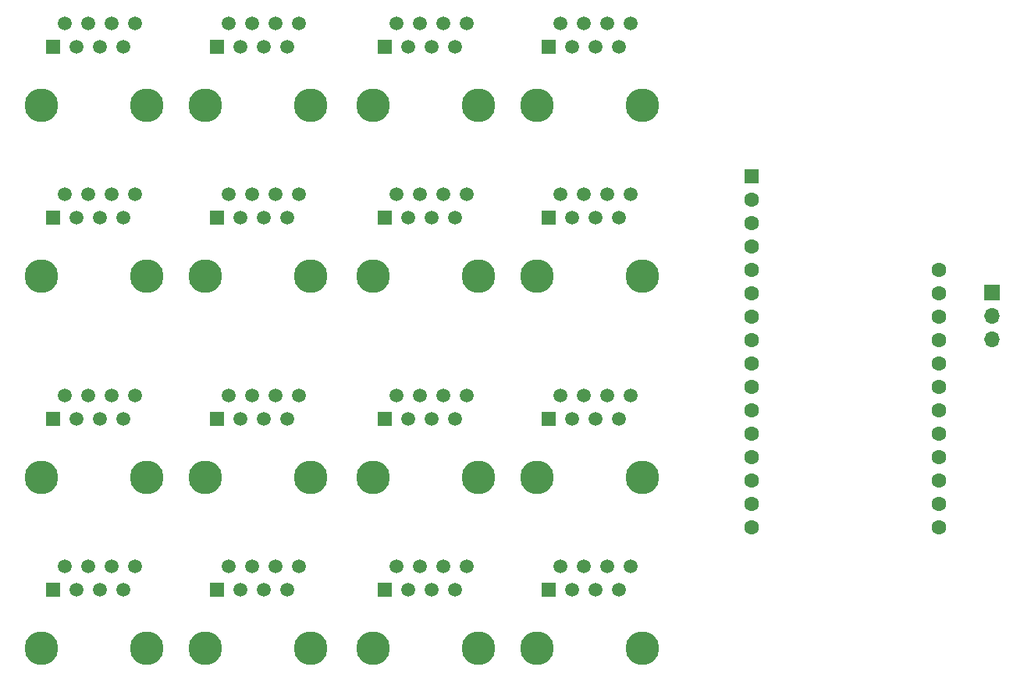
<source format=gbr>
%TF.GenerationSoftware,KiCad,Pcbnew,7.0.10*%
%TF.CreationDate,2024-02-05T14:26:27-07:00*%
%TF.ProjectId,pcbdraft-1,70636264-7261-4667-942d-312e6b696361,rev?*%
%TF.SameCoordinates,Original*%
%TF.FileFunction,Soldermask,Top*%
%TF.FilePolarity,Negative*%
%FSLAX46Y46*%
G04 Gerber Fmt 4.6, Leading zero omitted, Abs format (unit mm)*
G04 Created by KiCad (PCBNEW 7.0.10) date 2024-02-05 14:26:27*
%MOMM*%
%LPD*%
G01*
G04 APERTURE LIST*
%ADD10R,1.700000X1.700000*%
%ADD11O,1.700000X1.700000*%
%ADD12C,3.650000*%
%ADD13R,1.500000X1.500000*%
%ADD14C,1.500000*%
%ADD15R,1.600000X1.600000*%
%ADD16C,1.600000*%
G04 APERTURE END LIST*
D10*
%TO.C,SW1*%
X172720000Y-56388000D03*
D11*
X172720000Y-58928000D03*
X172720000Y-61468000D03*
%TD*%
D12*
%TO.C,J14*%
X105603000Y-94996000D03*
X117033000Y-94996000D03*
D13*
X106873000Y-88646000D03*
D14*
X108143000Y-86106000D03*
X109413000Y-88646000D03*
X110683000Y-86106000D03*
X111953000Y-88646000D03*
X113223000Y-86106000D03*
X114493000Y-88646000D03*
X115763000Y-86106000D03*
%TD*%
D12*
%TO.C,J3*%
X87386000Y-36060000D03*
X98816000Y-36060000D03*
D13*
X88656000Y-29710000D03*
D14*
X89926000Y-27170000D03*
X91196000Y-29710000D03*
X92466000Y-27170000D03*
X93736000Y-29710000D03*
X95006000Y-27170000D03*
X96276000Y-29710000D03*
X97546000Y-27170000D03*
%TD*%
D15*
%TO.C,A1*%
X146685000Y-43815000D03*
D16*
X146685000Y-46355000D03*
X146685000Y-48895000D03*
X146685000Y-51435000D03*
X146685000Y-53975000D03*
X146685000Y-56515000D03*
X146685000Y-59055000D03*
X146685000Y-61595000D03*
X146685000Y-64135000D03*
X146685000Y-66675000D03*
X146685000Y-69215000D03*
X146685000Y-71755000D03*
X146685000Y-74295000D03*
X146685000Y-76835000D03*
X146685000Y-79375000D03*
X146685000Y-81915000D03*
X167005000Y-81915000D03*
X167005000Y-79375000D03*
X167005000Y-76835000D03*
X167005000Y-74295000D03*
X167005000Y-71755000D03*
X167005000Y-69215000D03*
X167005000Y-66675000D03*
X167005000Y-64135000D03*
X167005000Y-61595000D03*
X167005000Y-59055000D03*
X167005000Y-56515000D03*
X167005000Y-53975000D03*
%TD*%
D12*
%TO.C,J16*%
X123378000Y-94996000D03*
X134808000Y-94996000D03*
D13*
X124648000Y-88646000D03*
D14*
X125918000Y-86106000D03*
X127188000Y-88646000D03*
X128458000Y-86106000D03*
X129728000Y-88646000D03*
X130998000Y-86106000D03*
X132268000Y-88646000D03*
X133538000Y-86106000D03*
%TD*%
D12*
%TO.C,J6*%
X105603000Y-54610000D03*
X117033000Y-54610000D03*
D13*
X106873000Y-48260000D03*
D14*
X108143000Y-45720000D03*
X109413000Y-48260000D03*
X110683000Y-45720000D03*
X111953000Y-48260000D03*
X113223000Y-45720000D03*
X114493000Y-48260000D03*
X115763000Y-45720000D03*
%TD*%
D12*
%TO.C,J11*%
X87386000Y-76446000D03*
X98816000Y-76446000D03*
D13*
X88656000Y-70096000D03*
D14*
X89926000Y-67556000D03*
X91196000Y-70096000D03*
X92466000Y-67556000D03*
X93736000Y-70096000D03*
X95006000Y-67556000D03*
X96276000Y-70096000D03*
X97546000Y-67556000D03*
%TD*%
D12*
%TO.C,J7*%
X87386000Y-54610000D03*
X98816000Y-54610000D03*
D13*
X88656000Y-48260000D03*
D14*
X89926000Y-45720000D03*
X91196000Y-48260000D03*
X92466000Y-45720000D03*
X93736000Y-48260000D03*
X95006000Y-45720000D03*
X96276000Y-48260000D03*
X97546000Y-45720000D03*
%TD*%
D12*
%TO.C,J2*%
X105603000Y-36060000D03*
X117033000Y-36060000D03*
D13*
X106873000Y-29710000D03*
D14*
X108143000Y-27170000D03*
X109413000Y-29710000D03*
X110683000Y-27170000D03*
X111953000Y-29710000D03*
X113223000Y-27170000D03*
X114493000Y-29710000D03*
X115763000Y-27170000D03*
%TD*%
D12*
%TO.C,J5*%
X69611000Y-54610000D03*
X81041000Y-54610000D03*
D13*
X70881000Y-48260000D03*
D14*
X72151000Y-45720000D03*
X73421000Y-48260000D03*
X74691000Y-45720000D03*
X75961000Y-48260000D03*
X77231000Y-45720000D03*
X78501000Y-48260000D03*
X79771000Y-45720000D03*
%TD*%
D12*
%TO.C,J9*%
X69611000Y-76446000D03*
X81041000Y-76446000D03*
D13*
X70881000Y-70096000D03*
D14*
X72151000Y-67556000D03*
X73421000Y-70096000D03*
X74691000Y-67556000D03*
X75961000Y-70096000D03*
X77231000Y-67556000D03*
X78501000Y-70096000D03*
X79771000Y-67556000D03*
%TD*%
D12*
%TO.C,J10*%
X105603000Y-76446000D03*
X117033000Y-76446000D03*
D13*
X106873000Y-70096000D03*
D14*
X108143000Y-67556000D03*
X109413000Y-70096000D03*
X110683000Y-67556000D03*
X111953000Y-70096000D03*
X113223000Y-67556000D03*
X114493000Y-70096000D03*
X115763000Y-67556000D03*
%TD*%
D12*
%TO.C,J12*%
X123378000Y-76446000D03*
X134808000Y-76446000D03*
D13*
X124648000Y-70096000D03*
D14*
X125918000Y-67556000D03*
X127188000Y-70096000D03*
X128458000Y-67556000D03*
X129728000Y-70096000D03*
X130998000Y-67556000D03*
X132268000Y-70096000D03*
X133538000Y-67556000D03*
%TD*%
D12*
%TO.C,J8*%
X123378000Y-54610000D03*
X134808000Y-54610000D03*
D13*
X124648000Y-48260000D03*
D14*
X125918000Y-45720000D03*
X127188000Y-48260000D03*
X128458000Y-45720000D03*
X129728000Y-48260000D03*
X130998000Y-45720000D03*
X132268000Y-48260000D03*
X133538000Y-45720000D03*
%TD*%
D12*
%TO.C,J1*%
X69611000Y-36060000D03*
X81041000Y-36060000D03*
D13*
X70881000Y-29710000D03*
D14*
X72151000Y-27170000D03*
X73421000Y-29710000D03*
X74691000Y-27170000D03*
X75961000Y-29710000D03*
X77231000Y-27170000D03*
X78501000Y-29710000D03*
X79771000Y-27170000D03*
%TD*%
D12*
%TO.C,J15*%
X87386000Y-94996000D03*
X98816000Y-94996000D03*
D13*
X88656000Y-88646000D03*
D14*
X89926000Y-86106000D03*
X91196000Y-88646000D03*
X92466000Y-86106000D03*
X93736000Y-88646000D03*
X95006000Y-86106000D03*
X96276000Y-88646000D03*
X97546000Y-86106000D03*
%TD*%
D12*
%TO.C,J13*%
X69611000Y-94996000D03*
X81041000Y-94996000D03*
D13*
X70881000Y-88646000D03*
D14*
X72151000Y-86106000D03*
X73421000Y-88646000D03*
X74691000Y-86106000D03*
X75961000Y-88646000D03*
X77231000Y-86106000D03*
X78501000Y-88646000D03*
X79771000Y-86106000D03*
%TD*%
D12*
%TO.C,J4*%
X123378000Y-36060000D03*
X134808000Y-36060000D03*
D13*
X124648000Y-29710000D03*
D14*
X125918000Y-27170000D03*
X127188000Y-29710000D03*
X128458000Y-27170000D03*
X129728000Y-29710000D03*
X130998000Y-27170000D03*
X132268000Y-29710000D03*
X133538000Y-27170000D03*
%TD*%
M02*

</source>
